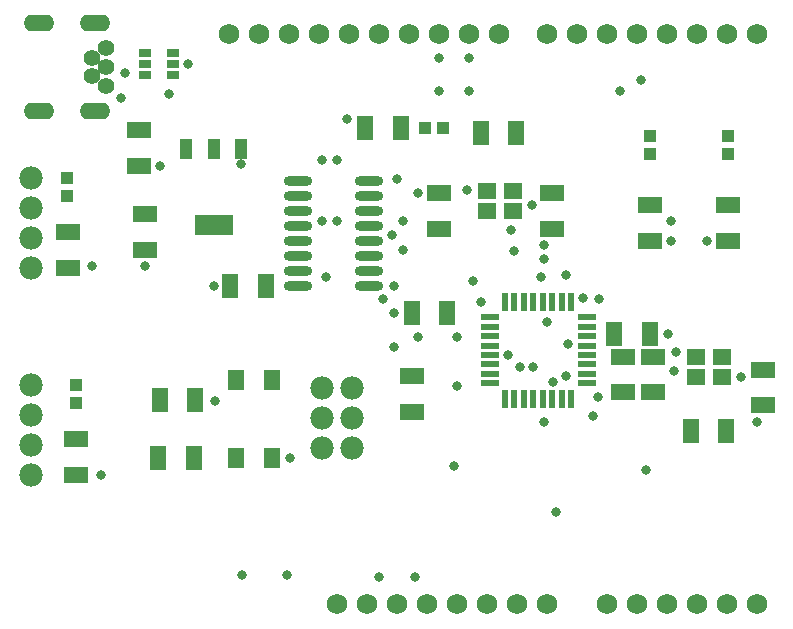
<source format=gts>
G04*
G04 #@! TF.GenerationSoftware,Altium Limited,Altium Designer,21.6.4 (81)*
G04*
G04 Layer_Color=8388736*
%FSLAX25Y25*%
%MOIN*%
G70*
G04*
G04 #@! TF.SameCoordinates,858BF902-78F9-450F-91F8-2C9066A697E3*
G04*
G04*
G04 #@! TF.FilePolarity,Negative*
G04*
G01*
G75*
%ADD29R,0.05200X0.07900*%
%ADD30R,0.03950X0.03950*%
%ADD31R,0.07900X0.05200*%
%ADD32R,0.06311X0.05524*%
%ADD33R,0.06000X0.02200*%
%ADD34R,0.02200X0.06000*%
%ADD35O,0.09461X0.03200*%
%ADD36R,0.05524X0.06706*%
%ADD37R,0.13000X0.07100*%
%ADD38R,0.04100X0.07100*%
%ADD39R,0.03950X0.03950*%
%ADD40R,0.04137X0.02956*%
%ADD41O,0.10249X0.05524*%
%ADD42C,0.05524*%
%ADD43C,0.06800*%
%ADD44C,0.07800*%
%ADD45C,0.03300*%
D29*
X125603Y169756D02*
D03*
X137403D02*
D03*
X56600Y59500D02*
D03*
X68400D02*
D03*
X175900Y168000D02*
D03*
X164100D02*
D03*
X245900Y68500D02*
D03*
X234100D02*
D03*
X220400Y101000D02*
D03*
X208600D02*
D03*
X141100Y108000D02*
D03*
X152900D02*
D03*
X80600Y117000D02*
D03*
X92400D02*
D03*
X68900Y79000D02*
D03*
X57100D02*
D03*
D30*
X151453Y169500D02*
D03*
X145547D02*
D03*
D31*
X221500Y93400D02*
D03*
Y81600D02*
D03*
X211500Y93400D02*
D03*
Y81600D02*
D03*
X29000Y65900D02*
D03*
Y54100D02*
D03*
X26350Y134791D02*
D03*
Y122991D02*
D03*
X141000Y86900D02*
D03*
Y75100D02*
D03*
X150000Y147900D02*
D03*
Y136100D02*
D03*
X258000Y77200D02*
D03*
Y89000D02*
D03*
X187893Y147900D02*
D03*
Y136100D02*
D03*
X50000Y168900D02*
D03*
Y157100D02*
D03*
X52000Y140900D02*
D03*
Y129100D02*
D03*
X220500Y132100D02*
D03*
Y143900D02*
D03*
X246500Y132100D02*
D03*
Y143900D02*
D03*
D32*
X174662Y148693D02*
D03*
X166000D02*
D03*
X174661Y142000D02*
D03*
X166000D02*
D03*
X235670Y86457D02*
D03*
X244331D02*
D03*
X235670Y93150D02*
D03*
X244332D02*
D03*
D33*
X199393Y84500D02*
D03*
Y87600D02*
D03*
Y90800D02*
D03*
Y93900D02*
D03*
Y97100D02*
D03*
Y100200D02*
D03*
Y103400D02*
D03*
Y106500D02*
D03*
X166993D02*
D03*
Y103400D02*
D03*
Y100200D02*
D03*
Y97100D02*
D03*
Y93900D02*
D03*
Y90800D02*
D03*
Y87600D02*
D03*
Y84500D02*
D03*
D34*
X194193Y111700D02*
D03*
X191093D02*
D03*
X187893D02*
D03*
X184793D02*
D03*
X181593D02*
D03*
X178493D02*
D03*
X175293D02*
D03*
X172193D02*
D03*
Y79300D02*
D03*
X175293D02*
D03*
X178493D02*
D03*
X181593D02*
D03*
X184793D02*
D03*
X187893D02*
D03*
X191093D02*
D03*
X194193D02*
D03*
D35*
X103300Y117000D02*
D03*
Y122000D02*
D03*
Y127000D02*
D03*
Y132000D02*
D03*
Y137000D02*
D03*
Y142000D02*
D03*
Y147000D02*
D03*
Y152000D02*
D03*
X126700D02*
D03*
Y147000D02*
D03*
Y142000D02*
D03*
Y137000D02*
D03*
Y132000D02*
D03*
Y127000D02*
D03*
Y122000D02*
D03*
Y117000D02*
D03*
D36*
X94406Y59516D02*
D03*
X82595Y85500D02*
D03*
X94406D02*
D03*
X82595Y59516D02*
D03*
D37*
X75000Y137400D02*
D03*
D38*
X84100Y162600D02*
D03*
X75000D02*
D03*
X65900D02*
D03*
D39*
X220500Y161047D02*
D03*
Y166953D02*
D03*
X246500Y161047D02*
D03*
Y166953D02*
D03*
X29000Y78000D02*
D03*
Y83906D02*
D03*
X26000Y147047D02*
D03*
Y152953D02*
D03*
D40*
X61577Y187260D02*
D03*
Y191000D02*
D03*
Y194740D02*
D03*
X52276D02*
D03*
Y191000D02*
D03*
Y187260D02*
D03*
D41*
X16875Y175355D02*
D03*
X35575D02*
D03*
Y204645D02*
D03*
X16875D02*
D03*
D42*
X39125Y196221D02*
D03*
X34386Y193071D02*
D03*
Y186773D02*
D03*
X39125Y189921D02*
D03*
Y183623D02*
D03*
D43*
X256000Y201000D02*
D03*
X246000D02*
D03*
X236000D02*
D03*
X226000D02*
D03*
X216000D02*
D03*
X206000D02*
D03*
X196000D02*
D03*
X186000D02*
D03*
X80000D02*
D03*
X90000D02*
D03*
X100000D02*
D03*
X110000D02*
D03*
X120000D02*
D03*
X130000D02*
D03*
X140000D02*
D03*
X150000D02*
D03*
X160000D02*
D03*
X170000D02*
D03*
X116000Y11000D02*
D03*
X126000D02*
D03*
X136000D02*
D03*
X146000D02*
D03*
X156000D02*
D03*
X166000D02*
D03*
X176000D02*
D03*
X186000D02*
D03*
X206000D02*
D03*
X216000D02*
D03*
X226000D02*
D03*
X236000D02*
D03*
X246000D02*
D03*
X256000D02*
D03*
D44*
X14000Y64000D02*
D03*
Y54000D02*
D03*
Y84000D02*
D03*
Y74000D02*
D03*
Y133000D02*
D03*
Y123000D02*
D03*
Y153000D02*
D03*
Y143000D02*
D03*
X111000Y83000D02*
D03*
X121000D02*
D03*
X111000Y73000D02*
D03*
X121000D02*
D03*
X111000Y63000D02*
D03*
X121000D02*
D03*
D45*
X160000Y193000D02*
D03*
X150000D02*
D03*
X193000Y97500D02*
D03*
X201500Y73500D02*
D03*
X203500Y112500D02*
D03*
X44000Y179500D02*
D03*
X45500Y188000D02*
D03*
X181000Y144000D02*
D03*
X174000Y135500D02*
D03*
X138000Y138500D02*
D03*
X186000Y105000D02*
D03*
X134500Y134000D02*
D03*
X135000Y117000D02*
D03*
X37500Y54000D02*
D03*
X34500Y123500D02*
D03*
X52000D02*
D03*
X57000Y157000D02*
D03*
X256000Y71500D02*
D03*
X229000Y95000D02*
D03*
X228500Y88500D02*
D03*
X175000Y128500D02*
D03*
X135000Y96500D02*
D03*
X75500Y78500D02*
D03*
X119500Y172500D02*
D03*
X100500Y59500D02*
D03*
X203000Y80000D02*
D03*
X226500Y101000D02*
D03*
X130000Y20000D02*
D03*
X160000Y182000D02*
D03*
X150000D02*
D03*
X142000Y20000D02*
D03*
X219000Y55500D02*
D03*
X189000Y41500D02*
D03*
X155000Y57000D02*
D03*
X156150Y83500D02*
D03*
X112500Y120000D02*
D03*
X227500Y138500D02*
D03*
X192500Y120500D02*
D03*
X164000Y111500D02*
D03*
X184000Y120000D02*
D03*
X185000Y126000D02*
D03*
X156150Y100000D02*
D03*
X143000D02*
D03*
X131500Y112500D02*
D03*
X135000Y108000D02*
D03*
X136000Y152500D02*
D03*
X143000Y148000D02*
D03*
X177000Y90000D02*
D03*
X138000Y129000D02*
D03*
X116000Y138500D02*
D03*
Y159000D02*
D03*
X181500Y90000D02*
D03*
X173000Y94000D02*
D03*
X161500Y118500D02*
D03*
X111000Y138500D02*
D03*
Y159000D02*
D03*
X185000Y71500D02*
D03*
X159500Y149000D02*
D03*
X188000Y85000D02*
D03*
X192500Y87000D02*
D03*
X198000Y113000D02*
D03*
X210500Y182000D02*
D03*
X217500Y185500D02*
D03*
X227500Y132000D02*
D03*
X60000Y181000D02*
D03*
X185000Y130500D02*
D03*
X239500Y132000D02*
D03*
X84000Y157500D02*
D03*
X75000Y117000D02*
D03*
X250937Y86500D02*
D03*
X99500Y20500D02*
D03*
X84500D02*
D03*
X66500Y191000D02*
D03*
M02*

</source>
